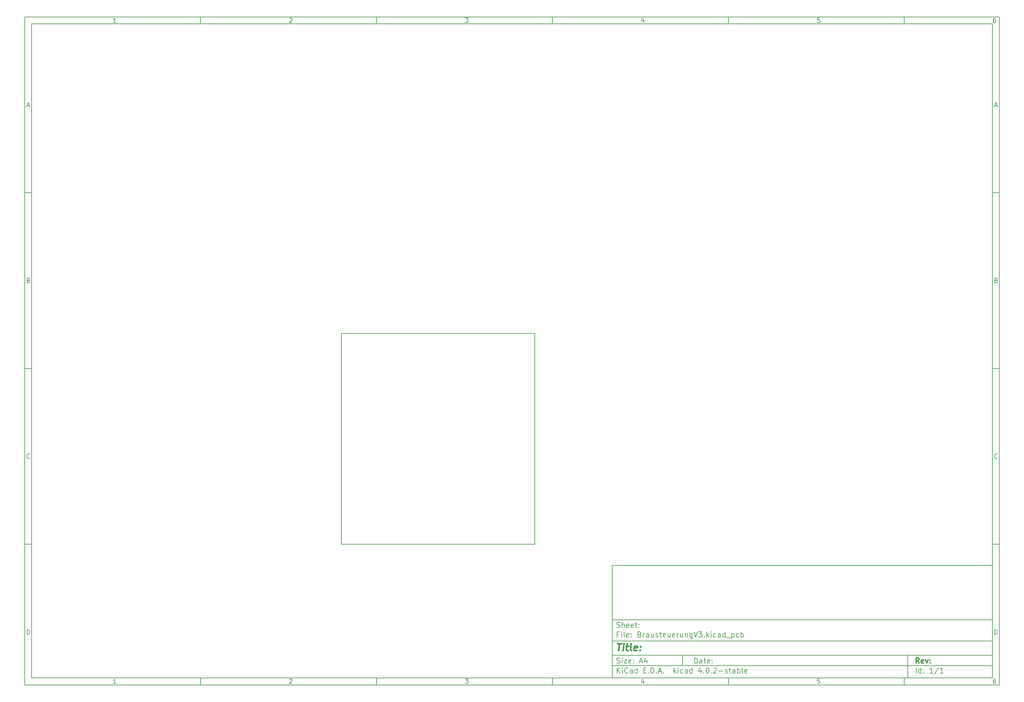
<source format=gm1>
%TF.GenerationSoftware,KiCad,Pcbnew,4.0.2-stable*%
%TF.CreationDate,2017-03-06T18:44:29+01:00*%
%TF.ProjectId,BrausteuerungV3,42726175737465756572756E6756332E,rev?*%
%TF.FileFunction,Profile,NP*%
%FSLAX46Y46*%
G04 Gerber Fmt 4.6, Leading zero omitted, Abs format (unit mm)*
G04 Created by KiCad (PCBNEW 4.0.2-stable) date 06.03.2017 18:44:29*
%MOMM*%
G01*
G04 APERTURE LIST*
%ADD10C,0.100000*%
%ADD11C,0.150000*%
%ADD12C,0.300000*%
%ADD13C,0.400000*%
G04 APERTURE END LIST*
D10*
D11*
X177002200Y-166007200D02*
X177002200Y-198007200D01*
X285002200Y-198007200D01*
X285002200Y-166007200D01*
X177002200Y-166007200D01*
D10*
D11*
X10000000Y-10000000D02*
X10000000Y-200007200D01*
X287002200Y-200007200D01*
X287002200Y-10000000D01*
X10000000Y-10000000D01*
D10*
D11*
X12000000Y-12000000D02*
X12000000Y-198007200D01*
X285002200Y-198007200D01*
X285002200Y-12000000D01*
X12000000Y-12000000D01*
D10*
D11*
X60000000Y-12000000D02*
X60000000Y-10000000D01*
D10*
D11*
X110000000Y-12000000D02*
X110000000Y-10000000D01*
D10*
D11*
X160000000Y-12000000D02*
X160000000Y-10000000D01*
D10*
D11*
X210000000Y-12000000D02*
X210000000Y-10000000D01*
D10*
D11*
X260000000Y-12000000D02*
X260000000Y-10000000D01*
D10*
D11*
X35990476Y-11588095D02*
X35247619Y-11588095D01*
X35619048Y-11588095D02*
X35619048Y-10288095D01*
X35495238Y-10473810D01*
X35371429Y-10597619D01*
X35247619Y-10659524D01*
D10*
D11*
X85247619Y-10411905D02*
X85309524Y-10350000D01*
X85433333Y-10288095D01*
X85742857Y-10288095D01*
X85866667Y-10350000D01*
X85928571Y-10411905D01*
X85990476Y-10535714D01*
X85990476Y-10659524D01*
X85928571Y-10845238D01*
X85185714Y-11588095D01*
X85990476Y-11588095D01*
D10*
D11*
X135185714Y-10288095D02*
X135990476Y-10288095D01*
X135557143Y-10783333D01*
X135742857Y-10783333D01*
X135866667Y-10845238D01*
X135928571Y-10907143D01*
X135990476Y-11030952D01*
X135990476Y-11340476D01*
X135928571Y-11464286D01*
X135866667Y-11526190D01*
X135742857Y-11588095D01*
X135371429Y-11588095D01*
X135247619Y-11526190D01*
X135185714Y-11464286D01*
D10*
D11*
X185866667Y-10721429D02*
X185866667Y-11588095D01*
X185557143Y-10226190D02*
X185247619Y-11154762D01*
X186052381Y-11154762D01*
D10*
D11*
X235928571Y-10288095D02*
X235309524Y-10288095D01*
X235247619Y-10907143D01*
X235309524Y-10845238D01*
X235433333Y-10783333D01*
X235742857Y-10783333D01*
X235866667Y-10845238D01*
X235928571Y-10907143D01*
X235990476Y-11030952D01*
X235990476Y-11340476D01*
X235928571Y-11464286D01*
X235866667Y-11526190D01*
X235742857Y-11588095D01*
X235433333Y-11588095D01*
X235309524Y-11526190D01*
X235247619Y-11464286D01*
D10*
D11*
X285866667Y-10288095D02*
X285619048Y-10288095D01*
X285495238Y-10350000D01*
X285433333Y-10411905D01*
X285309524Y-10597619D01*
X285247619Y-10845238D01*
X285247619Y-11340476D01*
X285309524Y-11464286D01*
X285371429Y-11526190D01*
X285495238Y-11588095D01*
X285742857Y-11588095D01*
X285866667Y-11526190D01*
X285928571Y-11464286D01*
X285990476Y-11340476D01*
X285990476Y-11030952D01*
X285928571Y-10907143D01*
X285866667Y-10845238D01*
X285742857Y-10783333D01*
X285495238Y-10783333D01*
X285371429Y-10845238D01*
X285309524Y-10907143D01*
X285247619Y-11030952D01*
D10*
D11*
X60000000Y-198007200D02*
X60000000Y-200007200D01*
D10*
D11*
X110000000Y-198007200D02*
X110000000Y-200007200D01*
D10*
D11*
X160000000Y-198007200D02*
X160000000Y-200007200D01*
D10*
D11*
X210000000Y-198007200D02*
X210000000Y-200007200D01*
D10*
D11*
X260000000Y-198007200D02*
X260000000Y-200007200D01*
D10*
D11*
X35990476Y-199595295D02*
X35247619Y-199595295D01*
X35619048Y-199595295D02*
X35619048Y-198295295D01*
X35495238Y-198481010D01*
X35371429Y-198604819D01*
X35247619Y-198666724D01*
D10*
D11*
X85247619Y-198419105D02*
X85309524Y-198357200D01*
X85433333Y-198295295D01*
X85742857Y-198295295D01*
X85866667Y-198357200D01*
X85928571Y-198419105D01*
X85990476Y-198542914D01*
X85990476Y-198666724D01*
X85928571Y-198852438D01*
X85185714Y-199595295D01*
X85990476Y-199595295D01*
D10*
D11*
X135185714Y-198295295D02*
X135990476Y-198295295D01*
X135557143Y-198790533D01*
X135742857Y-198790533D01*
X135866667Y-198852438D01*
X135928571Y-198914343D01*
X135990476Y-199038152D01*
X135990476Y-199347676D01*
X135928571Y-199471486D01*
X135866667Y-199533390D01*
X135742857Y-199595295D01*
X135371429Y-199595295D01*
X135247619Y-199533390D01*
X135185714Y-199471486D01*
D10*
D11*
X185866667Y-198728629D02*
X185866667Y-199595295D01*
X185557143Y-198233390D02*
X185247619Y-199161962D01*
X186052381Y-199161962D01*
D10*
D11*
X235928571Y-198295295D02*
X235309524Y-198295295D01*
X235247619Y-198914343D01*
X235309524Y-198852438D01*
X235433333Y-198790533D01*
X235742857Y-198790533D01*
X235866667Y-198852438D01*
X235928571Y-198914343D01*
X235990476Y-199038152D01*
X235990476Y-199347676D01*
X235928571Y-199471486D01*
X235866667Y-199533390D01*
X235742857Y-199595295D01*
X235433333Y-199595295D01*
X235309524Y-199533390D01*
X235247619Y-199471486D01*
D10*
D11*
X285866667Y-198295295D02*
X285619048Y-198295295D01*
X285495238Y-198357200D01*
X285433333Y-198419105D01*
X285309524Y-198604819D01*
X285247619Y-198852438D01*
X285247619Y-199347676D01*
X285309524Y-199471486D01*
X285371429Y-199533390D01*
X285495238Y-199595295D01*
X285742857Y-199595295D01*
X285866667Y-199533390D01*
X285928571Y-199471486D01*
X285990476Y-199347676D01*
X285990476Y-199038152D01*
X285928571Y-198914343D01*
X285866667Y-198852438D01*
X285742857Y-198790533D01*
X285495238Y-198790533D01*
X285371429Y-198852438D01*
X285309524Y-198914343D01*
X285247619Y-199038152D01*
D10*
D11*
X10000000Y-60000000D02*
X12000000Y-60000000D01*
D10*
D11*
X10000000Y-110000000D02*
X12000000Y-110000000D01*
D10*
D11*
X10000000Y-160000000D02*
X12000000Y-160000000D01*
D10*
D11*
X10690476Y-35216667D02*
X11309524Y-35216667D01*
X10566667Y-35588095D02*
X11000000Y-34288095D01*
X11433333Y-35588095D01*
D10*
D11*
X11092857Y-84907143D02*
X11278571Y-84969048D01*
X11340476Y-85030952D01*
X11402381Y-85154762D01*
X11402381Y-85340476D01*
X11340476Y-85464286D01*
X11278571Y-85526190D01*
X11154762Y-85588095D01*
X10659524Y-85588095D01*
X10659524Y-84288095D01*
X11092857Y-84288095D01*
X11216667Y-84350000D01*
X11278571Y-84411905D01*
X11340476Y-84535714D01*
X11340476Y-84659524D01*
X11278571Y-84783333D01*
X11216667Y-84845238D01*
X11092857Y-84907143D01*
X10659524Y-84907143D01*
D10*
D11*
X11402381Y-135464286D02*
X11340476Y-135526190D01*
X11154762Y-135588095D01*
X11030952Y-135588095D01*
X10845238Y-135526190D01*
X10721429Y-135402381D01*
X10659524Y-135278571D01*
X10597619Y-135030952D01*
X10597619Y-134845238D01*
X10659524Y-134597619D01*
X10721429Y-134473810D01*
X10845238Y-134350000D01*
X11030952Y-134288095D01*
X11154762Y-134288095D01*
X11340476Y-134350000D01*
X11402381Y-134411905D01*
D10*
D11*
X10659524Y-185588095D02*
X10659524Y-184288095D01*
X10969048Y-184288095D01*
X11154762Y-184350000D01*
X11278571Y-184473810D01*
X11340476Y-184597619D01*
X11402381Y-184845238D01*
X11402381Y-185030952D01*
X11340476Y-185278571D01*
X11278571Y-185402381D01*
X11154762Y-185526190D01*
X10969048Y-185588095D01*
X10659524Y-185588095D01*
D10*
D11*
X287002200Y-60000000D02*
X285002200Y-60000000D01*
D10*
D11*
X287002200Y-110000000D02*
X285002200Y-110000000D01*
D10*
D11*
X287002200Y-160000000D02*
X285002200Y-160000000D01*
D10*
D11*
X285692676Y-35216667D02*
X286311724Y-35216667D01*
X285568867Y-35588095D02*
X286002200Y-34288095D01*
X286435533Y-35588095D01*
D10*
D11*
X286095057Y-84907143D02*
X286280771Y-84969048D01*
X286342676Y-85030952D01*
X286404581Y-85154762D01*
X286404581Y-85340476D01*
X286342676Y-85464286D01*
X286280771Y-85526190D01*
X286156962Y-85588095D01*
X285661724Y-85588095D01*
X285661724Y-84288095D01*
X286095057Y-84288095D01*
X286218867Y-84350000D01*
X286280771Y-84411905D01*
X286342676Y-84535714D01*
X286342676Y-84659524D01*
X286280771Y-84783333D01*
X286218867Y-84845238D01*
X286095057Y-84907143D01*
X285661724Y-84907143D01*
D10*
D11*
X286404581Y-135464286D02*
X286342676Y-135526190D01*
X286156962Y-135588095D01*
X286033152Y-135588095D01*
X285847438Y-135526190D01*
X285723629Y-135402381D01*
X285661724Y-135278571D01*
X285599819Y-135030952D01*
X285599819Y-134845238D01*
X285661724Y-134597619D01*
X285723629Y-134473810D01*
X285847438Y-134350000D01*
X286033152Y-134288095D01*
X286156962Y-134288095D01*
X286342676Y-134350000D01*
X286404581Y-134411905D01*
D10*
D11*
X285661724Y-185588095D02*
X285661724Y-184288095D01*
X285971248Y-184288095D01*
X286156962Y-184350000D01*
X286280771Y-184473810D01*
X286342676Y-184597619D01*
X286404581Y-184845238D01*
X286404581Y-185030952D01*
X286342676Y-185278571D01*
X286280771Y-185402381D01*
X286156962Y-185526190D01*
X285971248Y-185588095D01*
X285661724Y-185588095D01*
D10*
D11*
X200359343Y-193785771D02*
X200359343Y-192285771D01*
X200716486Y-192285771D01*
X200930771Y-192357200D01*
X201073629Y-192500057D01*
X201145057Y-192642914D01*
X201216486Y-192928629D01*
X201216486Y-193142914D01*
X201145057Y-193428629D01*
X201073629Y-193571486D01*
X200930771Y-193714343D01*
X200716486Y-193785771D01*
X200359343Y-193785771D01*
X202502200Y-193785771D02*
X202502200Y-193000057D01*
X202430771Y-192857200D01*
X202287914Y-192785771D01*
X202002200Y-192785771D01*
X201859343Y-192857200D01*
X202502200Y-193714343D02*
X202359343Y-193785771D01*
X202002200Y-193785771D01*
X201859343Y-193714343D01*
X201787914Y-193571486D01*
X201787914Y-193428629D01*
X201859343Y-193285771D01*
X202002200Y-193214343D01*
X202359343Y-193214343D01*
X202502200Y-193142914D01*
X203002200Y-192785771D02*
X203573629Y-192785771D01*
X203216486Y-192285771D02*
X203216486Y-193571486D01*
X203287914Y-193714343D01*
X203430772Y-193785771D01*
X203573629Y-193785771D01*
X204645057Y-193714343D02*
X204502200Y-193785771D01*
X204216486Y-193785771D01*
X204073629Y-193714343D01*
X204002200Y-193571486D01*
X204002200Y-193000057D01*
X204073629Y-192857200D01*
X204216486Y-192785771D01*
X204502200Y-192785771D01*
X204645057Y-192857200D01*
X204716486Y-193000057D01*
X204716486Y-193142914D01*
X204002200Y-193285771D01*
X205359343Y-193642914D02*
X205430771Y-193714343D01*
X205359343Y-193785771D01*
X205287914Y-193714343D01*
X205359343Y-193642914D01*
X205359343Y-193785771D01*
X205359343Y-192857200D02*
X205430771Y-192928629D01*
X205359343Y-193000057D01*
X205287914Y-192928629D01*
X205359343Y-192857200D01*
X205359343Y-193000057D01*
D10*
D11*
X177002200Y-194507200D02*
X285002200Y-194507200D01*
D10*
D11*
X178359343Y-196585771D02*
X178359343Y-195085771D01*
X179216486Y-196585771D02*
X178573629Y-195728629D01*
X179216486Y-195085771D02*
X178359343Y-195942914D01*
X179859343Y-196585771D02*
X179859343Y-195585771D01*
X179859343Y-195085771D02*
X179787914Y-195157200D01*
X179859343Y-195228629D01*
X179930771Y-195157200D01*
X179859343Y-195085771D01*
X179859343Y-195228629D01*
X181430772Y-196442914D02*
X181359343Y-196514343D01*
X181145057Y-196585771D01*
X181002200Y-196585771D01*
X180787915Y-196514343D01*
X180645057Y-196371486D01*
X180573629Y-196228629D01*
X180502200Y-195942914D01*
X180502200Y-195728629D01*
X180573629Y-195442914D01*
X180645057Y-195300057D01*
X180787915Y-195157200D01*
X181002200Y-195085771D01*
X181145057Y-195085771D01*
X181359343Y-195157200D01*
X181430772Y-195228629D01*
X182716486Y-196585771D02*
X182716486Y-195800057D01*
X182645057Y-195657200D01*
X182502200Y-195585771D01*
X182216486Y-195585771D01*
X182073629Y-195657200D01*
X182716486Y-196514343D02*
X182573629Y-196585771D01*
X182216486Y-196585771D01*
X182073629Y-196514343D01*
X182002200Y-196371486D01*
X182002200Y-196228629D01*
X182073629Y-196085771D01*
X182216486Y-196014343D01*
X182573629Y-196014343D01*
X182716486Y-195942914D01*
X184073629Y-196585771D02*
X184073629Y-195085771D01*
X184073629Y-196514343D02*
X183930772Y-196585771D01*
X183645058Y-196585771D01*
X183502200Y-196514343D01*
X183430772Y-196442914D01*
X183359343Y-196300057D01*
X183359343Y-195871486D01*
X183430772Y-195728629D01*
X183502200Y-195657200D01*
X183645058Y-195585771D01*
X183930772Y-195585771D01*
X184073629Y-195657200D01*
X185930772Y-195800057D02*
X186430772Y-195800057D01*
X186645058Y-196585771D02*
X185930772Y-196585771D01*
X185930772Y-195085771D01*
X186645058Y-195085771D01*
X187287915Y-196442914D02*
X187359343Y-196514343D01*
X187287915Y-196585771D01*
X187216486Y-196514343D01*
X187287915Y-196442914D01*
X187287915Y-196585771D01*
X188002201Y-196585771D02*
X188002201Y-195085771D01*
X188359344Y-195085771D01*
X188573629Y-195157200D01*
X188716487Y-195300057D01*
X188787915Y-195442914D01*
X188859344Y-195728629D01*
X188859344Y-195942914D01*
X188787915Y-196228629D01*
X188716487Y-196371486D01*
X188573629Y-196514343D01*
X188359344Y-196585771D01*
X188002201Y-196585771D01*
X189502201Y-196442914D02*
X189573629Y-196514343D01*
X189502201Y-196585771D01*
X189430772Y-196514343D01*
X189502201Y-196442914D01*
X189502201Y-196585771D01*
X190145058Y-196157200D02*
X190859344Y-196157200D01*
X190002201Y-196585771D02*
X190502201Y-195085771D01*
X191002201Y-196585771D01*
X191502201Y-196442914D02*
X191573629Y-196514343D01*
X191502201Y-196585771D01*
X191430772Y-196514343D01*
X191502201Y-196442914D01*
X191502201Y-196585771D01*
X194502201Y-196585771D02*
X194502201Y-195085771D01*
X194645058Y-196014343D02*
X195073629Y-196585771D01*
X195073629Y-195585771D02*
X194502201Y-196157200D01*
X195716487Y-196585771D02*
X195716487Y-195585771D01*
X195716487Y-195085771D02*
X195645058Y-195157200D01*
X195716487Y-195228629D01*
X195787915Y-195157200D01*
X195716487Y-195085771D01*
X195716487Y-195228629D01*
X197073630Y-196514343D02*
X196930773Y-196585771D01*
X196645059Y-196585771D01*
X196502201Y-196514343D01*
X196430773Y-196442914D01*
X196359344Y-196300057D01*
X196359344Y-195871486D01*
X196430773Y-195728629D01*
X196502201Y-195657200D01*
X196645059Y-195585771D01*
X196930773Y-195585771D01*
X197073630Y-195657200D01*
X198359344Y-196585771D02*
X198359344Y-195800057D01*
X198287915Y-195657200D01*
X198145058Y-195585771D01*
X197859344Y-195585771D01*
X197716487Y-195657200D01*
X198359344Y-196514343D02*
X198216487Y-196585771D01*
X197859344Y-196585771D01*
X197716487Y-196514343D01*
X197645058Y-196371486D01*
X197645058Y-196228629D01*
X197716487Y-196085771D01*
X197859344Y-196014343D01*
X198216487Y-196014343D01*
X198359344Y-195942914D01*
X199716487Y-196585771D02*
X199716487Y-195085771D01*
X199716487Y-196514343D02*
X199573630Y-196585771D01*
X199287916Y-196585771D01*
X199145058Y-196514343D01*
X199073630Y-196442914D01*
X199002201Y-196300057D01*
X199002201Y-195871486D01*
X199073630Y-195728629D01*
X199145058Y-195657200D01*
X199287916Y-195585771D01*
X199573630Y-195585771D01*
X199716487Y-195657200D01*
X202216487Y-195585771D02*
X202216487Y-196585771D01*
X201859344Y-195014343D02*
X201502201Y-196085771D01*
X202430773Y-196085771D01*
X203002201Y-196442914D02*
X203073629Y-196514343D01*
X203002201Y-196585771D01*
X202930772Y-196514343D01*
X203002201Y-196442914D01*
X203002201Y-196585771D01*
X204002201Y-195085771D02*
X204145058Y-195085771D01*
X204287915Y-195157200D01*
X204359344Y-195228629D01*
X204430773Y-195371486D01*
X204502201Y-195657200D01*
X204502201Y-196014343D01*
X204430773Y-196300057D01*
X204359344Y-196442914D01*
X204287915Y-196514343D01*
X204145058Y-196585771D01*
X204002201Y-196585771D01*
X203859344Y-196514343D01*
X203787915Y-196442914D01*
X203716487Y-196300057D01*
X203645058Y-196014343D01*
X203645058Y-195657200D01*
X203716487Y-195371486D01*
X203787915Y-195228629D01*
X203859344Y-195157200D01*
X204002201Y-195085771D01*
X205145058Y-196442914D02*
X205216486Y-196514343D01*
X205145058Y-196585771D01*
X205073629Y-196514343D01*
X205145058Y-196442914D01*
X205145058Y-196585771D01*
X205787915Y-195228629D02*
X205859344Y-195157200D01*
X206002201Y-195085771D01*
X206359344Y-195085771D01*
X206502201Y-195157200D01*
X206573630Y-195228629D01*
X206645058Y-195371486D01*
X206645058Y-195514343D01*
X206573630Y-195728629D01*
X205716487Y-196585771D01*
X206645058Y-196585771D01*
X207287915Y-196014343D02*
X208430772Y-196014343D01*
X209073629Y-196514343D02*
X209216486Y-196585771D01*
X209502201Y-196585771D01*
X209645058Y-196514343D01*
X209716486Y-196371486D01*
X209716486Y-196300057D01*
X209645058Y-196157200D01*
X209502201Y-196085771D01*
X209287915Y-196085771D01*
X209145058Y-196014343D01*
X209073629Y-195871486D01*
X209073629Y-195800057D01*
X209145058Y-195657200D01*
X209287915Y-195585771D01*
X209502201Y-195585771D01*
X209645058Y-195657200D01*
X210145058Y-195585771D02*
X210716487Y-195585771D01*
X210359344Y-195085771D02*
X210359344Y-196371486D01*
X210430772Y-196514343D01*
X210573630Y-196585771D01*
X210716487Y-196585771D01*
X211859344Y-196585771D02*
X211859344Y-195800057D01*
X211787915Y-195657200D01*
X211645058Y-195585771D01*
X211359344Y-195585771D01*
X211216487Y-195657200D01*
X211859344Y-196514343D02*
X211716487Y-196585771D01*
X211359344Y-196585771D01*
X211216487Y-196514343D01*
X211145058Y-196371486D01*
X211145058Y-196228629D01*
X211216487Y-196085771D01*
X211359344Y-196014343D01*
X211716487Y-196014343D01*
X211859344Y-195942914D01*
X212573630Y-196585771D02*
X212573630Y-195085771D01*
X212573630Y-195657200D02*
X212716487Y-195585771D01*
X213002201Y-195585771D01*
X213145058Y-195657200D01*
X213216487Y-195728629D01*
X213287916Y-195871486D01*
X213287916Y-196300057D01*
X213216487Y-196442914D01*
X213145058Y-196514343D01*
X213002201Y-196585771D01*
X212716487Y-196585771D01*
X212573630Y-196514343D01*
X214145059Y-196585771D02*
X214002201Y-196514343D01*
X213930773Y-196371486D01*
X213930773Y-195085771D01*
X215287915Y-196514343D02*
X215145058Y-196585771D01*
X214859344Y-196585771D01*
X214716487Y-196514343D01*
X214645058Y-196371486D01*
X214645058Y-195800057D01*
X214716487Y-195657200D01*
X214859344Y-195585771D01*
X215145058Y-195585771D01*
X215287915Y-195657200D01*
X215359344Y-195800057D01*
X215359344Y-195942914D01*
X214645058Y-196085771D01*
D10*
D11*
X177002200Y-191507200D02*
X285002200Y-191507200D01*
D10*
D12*
X264216486Y-193785771D02*
X263716486Y-193071486D01*
X263359343Y-193785771D02*
X263359343Y-192285771D01*
X263930771Y-192285771D01*
X264073629Y-192357200D01*
X264145057Y-192428629D01*
X264216486Y-192571486D01*
X264216486Y-192785771D01*
X264145057Y-192928629D01*
X264073629Y-193000057D01*
X263930771Y-193071486D01*
X263359343Y-193071486D01*
X265430771Y-193714343D02*
X265287914Y-193785771D01*
X265002200Y-193785771D01*
X264859343Y-193714343D01*
X264787914Y-193571486D01*
X264787914Y-193000057D01*
X264859343Y-192857200D01*
X265002200Y-192785771D01*
X265287914Y-192785771D01*
X265430771Y-192857200D01*
X265502200Y-193000057D01*
X265502200Y-193142914D01*
X264787914Y-193285771D01*
X266002200Y-192785771D02*
X266359343Y-193785771D01*
X266716485Y-192785771D01*
X267287914Y-193642914D02*
X267359342Y-193714343D01*
X267287914Y-193785771D01*
X267216485Y-193714343D01*
X267287914Y-193642914D01*
X267287914Y-193785771D01*
X267287914Y-192857200D02*
X267359342Y-192928629D01*
X267287914Y-193000057D01*
X267216485Y-192928629D01*
X267287914Y-192857200D01*
X267287914Y-193000057D01*
D10*
D11*
X178287914Y-193714343D02*
X178502200Y-193785771D01*
X178859343Y-193785771D01*
X179002200Y-193714343D01*
X179073629Y-193642914D01*
X179145057Y-193500057D01*
X179145057Y-193357200D01*
X179073629Y-193214343D01*
X179002200Y-193142914D01*
X178859343Y-193071486D01*
X178573629Y-193000057D01*
X178430771Y-192928629D01*
X178359343Y-192857200D01*
X178287914Y-192714343D01*
X178287914Y-192571486D01*
X178359343Y-192428629D01*
X178430771Y-192357200D01*
X178573629Y-192285771D01*
X178930771Y-192285771D01*
X179145057Y-192357200D01*
X179787914Y-193785771D02*
X179787914Y-192785771D01*
X179787914Y-192285771D02*
X179716485Y-192357200D01*
X179787914Y-192428629D01*
X179859342Y-192357200D01*
X179787914Y-192285771D01*
X179787914Y-192428629D01*
X180359343Y-192785771D02*
X181145057Y-192785771D01*
X180359343Y-193785771D01*
X181145057Y-193785771D01*
X182287914Y-193714343D02*
X182145057Y-193785771D01*
X181859343Y-193785771D01*
X181716486Y-193714343D01*
X181645057Y-193571486D01*
X181645057Y-193000057D01*
X181716486Y-192857200D01*
X181859343Y-192785771D01*
X182145057Y-192785771D01*
X182287914Y-192857200D01*
X182359343Y-193000057D01*
X182359343Y-193142914D01*
X181645057Y-193285771D01*
X183002200Y-193642914D02*
X183073628Y-193714343D01*
X183002200Y-193785771D01*
X182930771Y-193714343D01*
X183002200Y-193642914D01*
X183002200Y-193785771D01*
X183002200Y-192857200D02*
X183073628Y-192928629D01*
X183002200Y-193000057D01*
X182930771Y-192928629D01*
X183002200Y-192857200D01*
X183002200Y-193000057D01*
X184787914Y-193357200D02*
X185502200Y-193357200D01*
X184645057Y-193785771D02*
X185145057Y-192285771D01*
X185645057Y-193785771D01*
X186787914Y-192785771D02*
X186787914Y-193785771D01*
X186430771Y-192214343D02*
X186073628Y-193285771D01*
X187002200Y-193285771D01*
D10*
D11*
X263359343Y-196585771D02*
X263359343Y-195085771D01*
X264716486Y-196585771D02*
X264716486Y-195085771D01*
X264716486Y-196514343D02*
X264573629Y-196585771D01*
X264287915Y-196585771D01*
X264145057Y-196514343D01*
X264073629Y-196442914D01*
X264002200Y-196300057D01*
X264002200Y-195871486D01*
X264073629Y-195728629D01*
X264145057Y-195657200D01*
X264287915Y-195585771D01*
X264573629Y-195585771D01*
X264716486Y-195657200D01*
X265430772Y-196442914D02*
X265502200Y-196514343D01*
X265430772Y-196585771D01*
X265359343Y-196514343D01*
X265430772Y-196442914D01*
X265430772Y-196585771D01*
X265430772Y-195657200D02*
X265502200Y-195728629D01*
X265430772Y-195800057D01*
X265359343Y-195728629D01*
X265430772Y-195657200D01*
X265430772Y-195800057D01*
X268073629Y-196585771D02*
X267216486Y-196585771D01*
X267645058Y-196585771D02*
X267645058Y-195085771D01*
X267502201Y-195300057D01*
X267359343Y-195442914D01*
X267216486Y-195514343D01*
X269787914Y-195014343D02*
X268502200Y-196942914D01*
X271073629Y-196585771D02*
X270216486Y-196585771D01*
X270645058Y-196585771D02*
X270645058Y-195085771D01*
X270502201Y-195300057D01*
X270359343Y-195442914D01*
X270216486Y-195514343D01*
D10*
D11*
X177002200Y-187507200D02*
X285002200Y-187507200D01*
D10*
D13*
X178454581Y-188211962D02*
X179597438Y-188211962D01*
X178776010Y-190211962D02*
X179026010Y-188211962D01*
X180014105Y-190211962D02*
X180180771Y-188878629D01*
X180264105Y-188211962D02*
X180156962Y-188307200D01*
X180240295Y-188402438D01*
X180347439Y-188307200D01*
X180264105Y-188211962D01*
X180240295Y-188402438D01*
X180847438Y-188878629D02*
X181609343Y-188878629D01*
X181216486Y-188211962D02*
X181002200Y-189926248D01*
X181073630Y-190116724D01*
X181252201Y-190211962D01*
X181442677Y-190211962D01*
X182395058Y-190211962D02*
X182216487Y-190116724D01*
X182145057Y-189926248D01*
X182359343Y-188211962D01*
X183930772Y-190116724D02*
X183728391Y-190211962D01*
X183347439Y-190211962D01*
X183168867Y-190116724D01*
X183097438Y-189926248D01*
X183192676Y-189164343D01*
X183311724Y-188973867D01*
X183514105Y-188878629D01*
X183895057Y-188878629D01*
X184073629Y-188973867D01*
X184145057Y-189164343D01*
X184121248Y-189354819D01*
X183145057Y-189545295D01*
X184895057Y-190021486D02*
X184978392Y-190116724D01*
X184871248Y-190211962D01*
X184787915Y-190116724D01*
X184895057Y-190021486D01*
X184871248Y-190211962D01*
X185026010Y-188973867D02*
X185109344Y-189069105D01*
X185002200Y-189164343D01*
X184918867Y-189069105D01*
X185026010Y-188973867D01*
X185002200Y-189164343D01*
D10*
D11*
X178859343Y-185600057D02*
X178359343Y-185600057D01*
X178359343Y-186385771D02*
X178359343Y-184885771D01*
X179073629Y-184885771D01*
X179645057Y-186385771D02*
X179645057Y-185385771D01*
X179645057Y-184885771D02*
X179573628Y-184957200D01*
X179645057Y-185028629D01*
X179716485Y-184957200D01*
X179645057Y-184885771D01*
X179645057Y-185028629D01*
X180573629Y-186385771D02*
X180430771Y-186314343D01*
X180359343Y-186171486D01*
X180359343Y-184885771D01*
X181716485Y-186314343D02*
X181573628Y-186385771D01*
X181287914Y-186385771D01*
X181145057Y-186314343D01*
X181073628Y-186171486D01*
X181073628Y-185600057D01*
X181145057Y-185457200D01*
X181287914Y-185385771D01*
X181573628Y-185385771D01*
X181716485Y-185457200D01*
X181787914Y-185600057D01*
X181787914Y-185742914D01*
X181073628Y-185885771D01*
X182430771Y-186242914D02*
X182502199Y-186314343D01*
X182430771Y-186385771D01*
X182359342Y-186314343D01*
X182430771Y-186242914D01*
X182430771Y-186385771D01*
X182430771Y-185457200D02*
X182502199Y-185528629D01*
X182430771Y-185600057D01*
X182359342Y-185528629D01*
X182430771Y-185457200D01*
X182430771Y-185600057D01*
X184787914Y-185600057D02*
X185002200Y-185671486D01*
X185073628Y-185742914D01*
X185145057Y-185885771D01*
X185145057Y-186100057D01*
X185073628Y-186242914D01*
X185002200Y-186314343D01*
X184859342Y-186385771D01*
X184287914Y-186385771D01*
X184287914Y-184885771D01*
X184787914Y-184885771D01*
X184930771Y-184957200D01*
X185002200Y-185028629D01*
X185073628Y-185171486D01*
X185073628Y-185314343D01*
X185002200Y-185457200D01*
X184930771Y-185528629D01*
X184787914Y-185600057D01*
X184287914Y-185600057D01*
X185787914Y-186385771D02*
X185787914Y-185385771D01*
X185787914Y-185671486D02*
X185859342Y-185528629D01*
X185930771Y-185457200D01*
X186073628Y-185385771D01*
X186216485Y-185385771D01*
X187359342Y-186385771D02*
X187359342Y-185600057D01*
X187287913Y-185457200D01*
X187145056Y-185385771D01*
X186859342Y-185385771D01*
X186716485Y-185457200D01*
X187359342Y-186314343D02*
X187216485Y-186385771D01*
X186859342Y-186385771D01*
X186716485Y-186314343D01*
X186645056Y-186171486D01*
X186645056Y-186028629D01*
X186716485Y-185885771D01*
X186859342Y-185814343D01*
X187216485Y-185814343D01*
X187359342Y-185742914D01*
X188716485Y-185385771D02*
X188716485Y-186385771D01*
X188073628Y-185385771D02*
X188073628Y-186171486D01*
X188145056Y-186314343D01*
X188287914Y-186385771D01*
X188502199Y-186385771D01*
X188645056Y-186314343D01*
X188716485Y-186242914D01*
X189359342Y-186314343D02*
X189502199Y-186385771D01*
X189787914Y-186385771D01*
X189930771Y-186314343D01*
X190002199Y-186171486D01*
X190002199Y-186100057D01*
X189930771Y-185957200D01*
X189787914Y-185885771D01*
X189573628Y-185885771D01*
X189430771Y-185814343D01*
X189359342Y-185671486D01*
X189359342Y-185600057D01*
X189430771Y-185457200D01*
X189573628Y-185385771D01*
X189787914Y-185385771D01*
X189930771Y-185457200D01*
X190430771Y-185385771D02*
X191002200Y-185385771D01*
X190645057Y-184885771D02*
X190645057Y-186171486D01*
X190716485Y-186314343D01*
X190859343Y-186385771D01*
X191002200Y-186385771D01*
X192073628Y-186314343D02*
X191930771Y-186385771D01*
X191645057Y-186385771D01*
X191502200Y-186314343D01*
X191430771Y-186171486D01*
X191430771Y-185600057D01*
X191502200Y-185457200D01*
X191645057Y-185385771D01*
X191930771Y-185385771D01*
X192073628Y-185457200D01*
X192145057Y-185600057D01*
X192145057Y-185742914D01*
X191430771Y-185885771D01*
X193430771Y-185385771D02*
X193430771Y-186385771D01*
X192787914Y-185385771D02*
X192787914Y-186171486D01*
X192859342Y-186314343D01*
X193002200Y-186385771D01*
X193216485Y-186385771D01*
X193359342Y-186314343D01*
X193430771Y-186242914D01*
X194716485Y-186314343D02*
X194573628Y-186385771D01*
X194287914Y-186385771D01*
X194145057Y-186314343D01*
X194073628Y-186171486D01*
X194073628Y-185600057D01*
X194145057Y-185457200D01*
X194287914Y-185385771D01*
X194573628Y-185385771D01*
X194716485Y-185457200D01*
X194787914Y-185600057D01*
X194787914Y-185742914D01*
X194073628Y-185885771D01*
X195430771Y-186385771D02*
X195430771Y-185385771D01*
X195430771Y-185671486D02*
X195502199Y-185528629D01*
X195573628Y-185457200D01*
X195716485Y-185385771D01*
X195859342Y-185385771D01*
X197002199Y-185385771D02*
X197002199Y-186385771D01*
X196359342Y-185385771D02*
X196359342Y-186171486D01*
X196430770Y-186314343D01*
X196573628Y-186385771D01*
X196787913Y-186385771D01*
X196930770Y-186314343D01*
X197002199Y-186242914D01*
X197716485Y-185385771D02*
X197716485Y-186385771D01*
X197716485Y-185528629D02*
X197787913Y-185457200D01*
X197930771Y-185385771D01*
X198145056Y-185385771D01*
X198287913Y-185457200D01*
X198359342Y-185600057D01*
X198359342Y-186385771D01*
X199716485Y-185385771D02*
X199716485Y-186600057D01*
X199645056Y-186742914D01*
X199573628Y-186814343D01*
X199430771Y-186885771D01*
X199216485Y-186885771D01*
X199073628Y-186814343D01*
X199716485Y-186314343D02*
X199573628Y-186385771D01*
X199287914Y-186385771D01*
X199145056Y-186314343D01*
X199073628Y-186242914D01*
X199002199Y-186100057D01*
X199002199Y-185671486D01*
X199073628Y-185528629D01*
X199145056Y-185457200D01*
X199287914Y-185385771D01*
X199573628Y-185385771D01*
X199716485Y-185457200D01*
X200216485Y-184885771D02*
X200716485Y-186385771D01*
X201216485Y-184885771D01*
X201573628Y-184885771D02*
X202502199Y-184885771D01*
X202002199Y-185457200D01*
X202216485Y-185457200D01*
X202359342Y-185528629D01*
X202430771Y-185600057D01*
X202502199Y-185742914D01*
X202502199Y-186100057D01*
X202430771Y-186242914D01*
X202359342Y-186314343D01*
X202216485Y-186385771D01*
X201787913Y-186385771D01*
X201645056Y-186314343D01*
X201573628Y-186242914D01*
X203145056Y-186242914D02*
X203216484Y-186314343D01*
X203145056Y-186385771D01*
X203073627Y-186314343D01*
X203145056Y-186242914D01*
X203145056Y-186385771D01*
X203859342Y-186385771D02*
X203859342Y-184885771D01*
X204002199Y-185814343D02*
X204430770Y-186385771D01*
X204430770Y-185385771D02*
X203859342Y-185957200D01*
X205073628Y-186385771D02*
X205073628Y-185385771D01*
X205073628Y-184885771D02*
X205002199Y-184957200D01*
X205073628Y-185028629D01*
X205145056Y-184957200D01*
X205073628Y-184885771D01*
X205073628Y-185028629D01*
X206430771Y-186314343D02*
X206287914Y-186385771D01*
X206002200Y-186385771D01*
X205859342Y-186314343D01*
X205787914Y-186242914D01*
X205716485Y-186100057D01*
X205716485Y-185671486D01*
X205787914Y-185528629D01*
X205859342Y-185457200D01*
X206002200Y-185385771D01*
X206287914Y-185385771D01*
X206430771Y-185457200D01*
X207716485Y-186385771D02*
X207716485Y-185600057D01*
X207645056Y-185457200D01*
X207502199Y-185385771D01*
X207216485Y-185385771D01*
X207073628Y-185457200D01*
X207716485Y-186314343D02*
X207573628Y-186385771D01*
X207216485Y-186385771D01*
X207073628Y-186314343D01*
X207002199Y-186171486D01*
X207002199Y-186028629D01*
X207073628Y-185885771D01*
X207216485Y-185814343D01*
X207573628Y-185814343D01*
X207716485Y-185742914D01*
X209073628Y-186385771D02*
X209073628Y-184885771D01*
X209073628Y-186314343D02*
X208930771Y-186385771D01*
X208645057Y-186385771D01*
X208502199Y-186314343D01*
X208430771Y-186242914D01*
X208359342Y-186100057D01*
X208359342Y-185671486D01*
X208430771Y-185528629D01*
X208502199Y-185457200D01*
X208645057Y-185385771D01*
X208930771Y-185385771D01*
X209073628Y-185457200D01*
X209430771Y-186528629D02*
X210573628Y-186528629D01*
X210930771Y-185385771D02*
X210930771Y-186885771D01*
X210930771Y-185457200D02*
X211073628Y-185385771D01*
X211359342Y-185385771D01*
X211502199Y-185457200D01*
X211573628Y-185528629D01*
X211645057Y-185671486D01*
X211645057Y-186100057D01*
X211573628Y-186242914D01*
X211502199Y-186314343D01*
X211359342Y-186385771D01*
X211073628Y-186385771D01*
X210930771Y-186314343D01*
X212930771Y-186314343D02*
X212787914Y-186385771D01*
X212502200Y-186385771D01*
X212359342Y-186314343D01*
X212287914Y-186242914D01*
X212216485Y-186100057D01*
X212216485Y-185671486D01*
X212287914Y-185528629D01*
X212359342Y-185457200D01*
X212502200Y-185385771D01*
X212787914Y-185385771D01*
X212930771Y-185457200D01*
X213573628Y-186385771D02*
X213573628Y-184885771D01*
X213573628Y-185457200D02*
X213716485Y-185385771D01*
X214002199Y-185385771D01*
X214145056Y-185457200D01*
X214216485Y-185528629D01*
X214287914Y-185671486D01*
X214287914Y-186100057D01*
X214216485Y-186242914D01*
X214145056Y-186314343D01*
X214002199Y-186385771D01*
X213716485Y-186385771D01*
X213573628Y-186314343D01*
D10*
D11*
X177002200Y-181507200D02*
X285002200Y-181507200D01*
D10*
D11*
X178287914Y-183614343D02*
X178502200Y-183685771D01*
X178859343Y-183685771D01*
X179002200Y-183614343D01*
X179073629Y-183542914D01*
X179145057Y-183400057D01*
X179145057Y-183257200D01*
X179073629Y-183114343D01*
X179002200Y-183042914D01*
X178859343Y-182971486D01*
X178573629Y-182900057D01*
X178430771Y-182828629D01*
X178359343Y-182757200D01*
X178287914Y-182614343D01*
X178287914Y-182471486D01*
X178359343Y-182328629D01*
X178430771Y-182257200D01*
X178573629Y-182185771D01*
X178930771Y-182185771D01*
X179145057Y-182257200D01*
X179787914Y-183685771D02*
X179787914Y-182185771D01*
X180430771Y-183685771D02*
X180430771Y-182900057D01*
X180359342Y-182757200D01*
X180216485Y-182685771D01*
X180002200Y-182685771D01*
X179859342Y-182757200D01*
X179787914Y-182828629D01*
X181716485Y-183614343D02*
X181573628Y-183685771D01*
X181287914Y-183685771D01*
X181145057Y-183614343D01*
X181073628Y-183471486D01*
X181073628Y-182900057D01*
X181145057Y-182757200D01*
X181287914Y-182685771D01*
X181573628Y-182685771D01*
X181716485Y-182757200D01*
X181787914Y-182900057D01*
X181787914Y-183042914D01*
X181073628Y-183185771D01*
X183002199Y-183614343D02*
X182859342Y-183685771D01*
X182573628Y-183685771D01*
X182430771Y-183614343D01*
X182359342Y-183471486D01*
X182359342Y-182900057D01*
X182430771Y-182757200D01*
X182573628Y-182685771D01*
X182859342Y-182685771D01*
X183002199Y-182757200D01*
X183073628Y-182900057D01*
X183073628Y-183042914D01*
X182359342Y-183185771D01*
X183502199Y-182685771D02*
X184073628Y-182685771D01*
X183716485Y-182185771D02*
X183716485Y-183471486D01*
X183787913Y-183614343D01*
X183930771Y-183685771D01*
X184073628Y-183685771D01*
X184573628Y-183542914D02*
X184645056Y-183614343D01*
X184573628Y-183685771D01*
X184502199Y-183614343D01*
X184573628Y-183542914D01*
X184573628Y-183685771D01*
X184573628Y-182757200D02*
X184645056Y-182828629D01*
X184573628Y-182900057D01*
X184502199Y-182828629D01*
X184573628Y-182757200D01*
X184573628Y-182900057D01*
D10*
D11*
X197002200Y-191507200D02*
X197002200Y-194507200D01*
D10*
D11*
X261002200Y-191507200D02*
X261002200Y-198007200D01*
X155000000Y-160000000D02*
X155000000Y-100000000D01*
X100000000Y-160000000D02*
X155000000Y-160000000D01*
X100000000Y-100000000D02*
X100000000Y-160000000D01*
X155000000Y-100000000D02*
X100000000Y-100000000D01*
M02*

</source>
